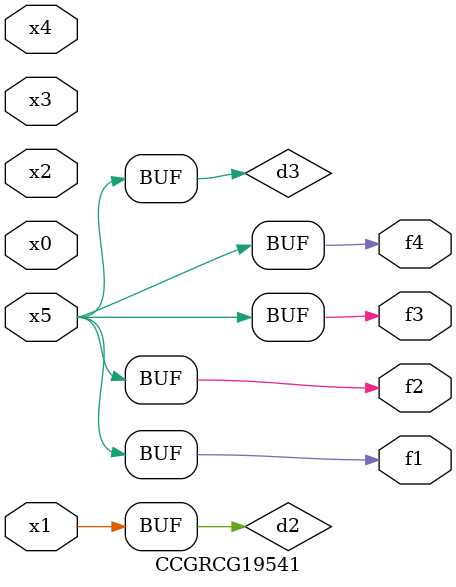
<source format=v>
module CCGRCG19541(
	input x0, x1, x2, x3, x4, x5,
	output f1, f2, f3, f4
);

	wire d1, d2, d3;

	not (d1, x5);
	or (d2, x1);
	xnor (d3, d1);
	assign f1 = d3;
	assign f2 = d3;
	assign f3 = d3;
	assign f4 = d3;
endmodule

</source>
